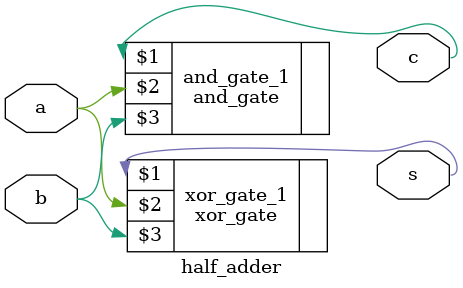
<source format=v>
module half_adder(s,c,a,b);
input a,b;
output s,c;
xor_gate xor_gate_1(s,a,b);
and_gate and_gate_1(c,a,b);
endmodule

</source>
